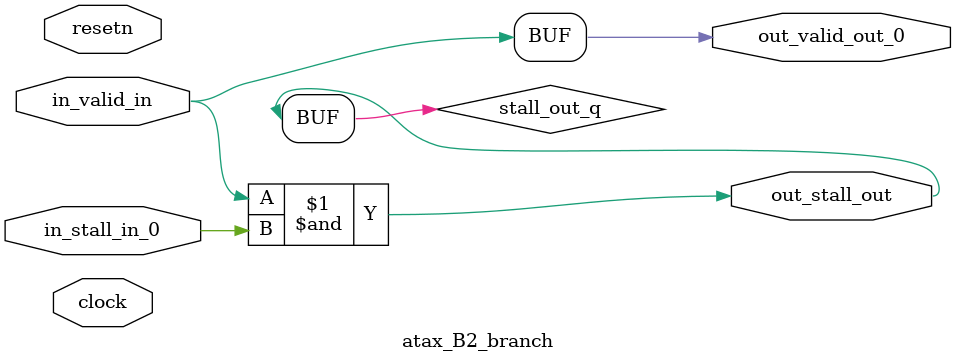
<source format=sv>



(* altera_attribute = "-name AUTO_SHIFT_REGISTER_RECOGNITION OFF; -name MESSAGE_DISABLE 10036; -name MESSAGE_DISABLE 10037; -name MESSAGE_DISABLE 14130; -name MESSAGE_DISABLE 14320; -name MESSAGE_DISABLE 15400; -name MESSAGE_DISABLE 14130; -name MESSAGE_DISABLE 10036; -name MESSAGE_DISABLE 12020; -name MESSAGE_DISABLE 12030; -name MESSAGE_DISABLE 12010; -name MESSAGE_DISABLE 12110; -name MESSAGE_DISABLE 14320; -name MESSAGE_DISABLE 13410; -name MESSAGE_DISABLE 113007; -name MESSAGE_DISABLE 10958" *)
module atax_B2_branch (
    input wire [0:0] in_stall_in_0,
    input wire [0:0] in_valid_in,
    output wire [0:0] out_stall_out,
    output wire [0:0] out_valid_out_0,
    input wire clock,
    input wire resetn
    );

    wire [0:0] stall_out_q;


    // stall_out(LOGICAL,6)
    assign stall_out_q = in_valid_in & in_stall_in_0;

    // out_stall_out(GPOUT,4)
    assign out_stall_out = stall_out_q;

    // out_valid_out_0(GPOUT,5)
    assign out_valid_out_0 = in_valid_in;

endmodule

</source>
